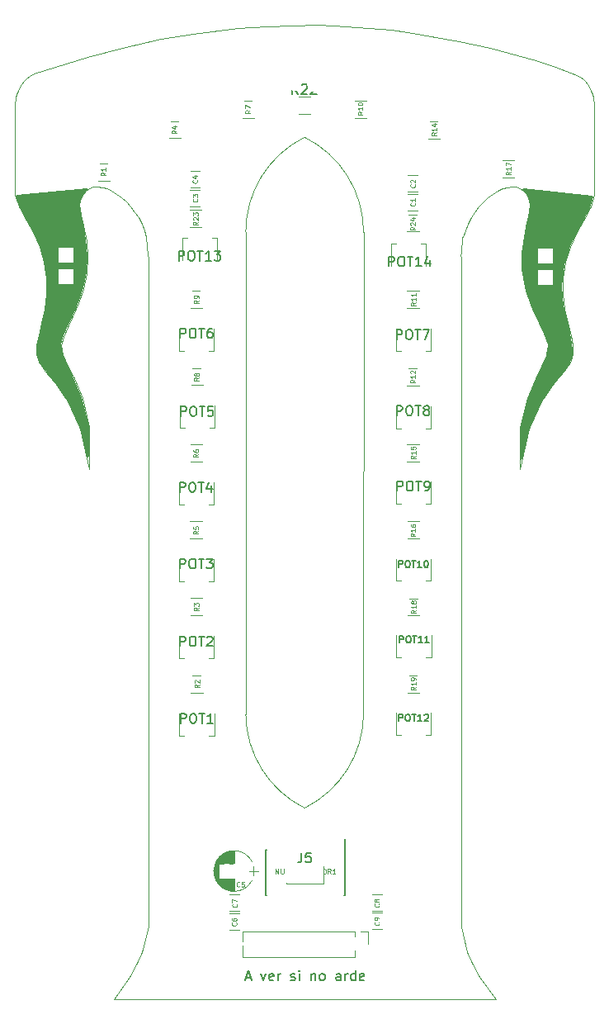
<source format=gto>
G04 #@! TF.FileFunction,Legend,Top*
%FSLAX46Y46*%
G04 Gerber Fmt 4.6, Leading zero omitted, Abs format (unit mm)*
G04 Created by KiCad (PCBNEW 4.0.7) date 09/23/18 21:58:35*
%MOMM*%
%LPD*%
G01*
G04 APERTURE LIST*
%ADD10C,0.100000*%
%ADD11C,0.180000*%
%ADD12C,0.120000*%
%ADD13C,0.150000*%
%ADD14C,0.125000*%
%ADD15C,0.254000*%
%ADD16C,1.455599*%
%ADD17C,3.600000*%
%ADD18R,1.400000X1.650000*%
%ADD19R,1.600000X1.600000*%
%ADD20C,1.600000*%
%ADD21R,1.400000X1.400000*%
%ADD22O,1.400000X1.400000*%
%ADD23R,2.000000X1.900000*%
%ADD24R,1.100000X1.700000*%
%ADD25R,0.800000X1.500000*%
%ADD26R,1.370000X1.670000*%
G04 APERTURE END LIST*
D10*
X1991360Y94940120D02*
X1569720Y94726760D01*
X7457440Y96667320D02*
X1991360Y94940120D01*
X15046960Y98516440D02*
X11049000Y97627440D01*
X57668160Y94843600D02*
X58287920Y94482920D01*
X55463440Y95636080D02*
X57668160Y94843600D01*
X53431440Y96286320D02*
X55463440Y95636080D01*
X48834040Y97561400D02*
X53431440Y96286320D01*
X45572680Y98308160D02*
X48834040Y97561400D01*
X40345360Y99217480D02*
X45572680Y98308160D01*
X38663880Y99441000D02*
X40345360Y99217480D01*
X32816800Y99872800D02*
X38663880Y99441000D01*
X31125160Y99933760D02*
X32816800Y99872800D01*
X25831800Y99811840D02*
X31125160Y99933760D01*
X22926040Y99628960D02*
X25831800Y99811840D01*
X18364200Y99070160D02*
X22926040Y99628960D01*
X15041880Y98516440D02*
X18364200Y99070160D01*
X7457440Y96667320D02*
X11049000Y97627440D01*
X13736169Y7501919D02*
X13736169Y76178983D01*
X13045177Y79578342D02*
X13317392Y78922563D01*
X47649177Y81330087D02*
X47227071Y80788186D01*
X48103705Y81821866D02*
X47649177Y81330087D01*
X52502557Y82644971D02*
X52206217Y82988904D01*
X13317392Y78922563D02*
X13538200Y78237080D01*
X1886032Y78722485D02*
X2552462Y77234584D01*
X51854589Y83221899D02*
X51456443Y83350037D01*
X1273174Y94483809D02*
X1571638Y94729363D01*
X6825548Y82184017D02*
X7057828Y82644971D01*
X3279034Y72366703D02*
X3090867Y70815800D01*
X9986276Y82935653D02*
X10485443Y82630731D01*
X11911207Y81330087D02*
X12333314Y80788186D01*
X13539211Y78237275D02*
G75*
G02X13736169Y76178982I-10656517J-2058292D01*
G01*
X48581884Y82257441D02*
X48103705Y81821866D01*
X51020552Y83379400D02*
X50555685Y83316069D01*
X46846158Y80202244D02*
X46515208Y79578342D01*
X9004700Y83316069D02*
X9489771Y83166126D01*
X52734837Y82184017D02*
X52502557Y82644971D01*
X12714227Y80202244D02*
X13045177Y79578342D01*
X51456443Y83350037D02*
X51020552Y83379400D01*
X9489771Y83166126D02*
X9986276Y82935653D01*
X10978501Y82257441D02*
X11456680Y81821866D01*
X45823787Y76178982D02*
G75*
G02X46019720Y78232000I10853904J1D01*
G01*
X52206217Y82988904D02*
X51854589Y83221899D01*
X49574109Y82935653D02*
X49074942Y82630731D01*
X12333314Y80788186D02*
X12714227Y80202244D01*
X52828184Y80839038D02*
X52894287Y81599962D01*
X11456680Y81821866D02*
X11911207Y81330087D01*
X52517143Y79399596D02*
X52828184Y80839038D01*
X50070613Y83166126D02*
X49574109Y82935653D01*
X3210563Y64440185D02*
X4210579Y63211017D01*
X8539833Y83379400D02*
X9004700Y83316069D01*
X47227071Y80788186D02*
X46846158Y80202244D01*
X5456683Y61390807D02*
X6738444Y58605512D01*
X7705796Y83221899D02*
X8103941Y83350037D01*
X59111094Y81335358D02*
X58427034Y80083381D01*
X7354168Y82988904D02*
X7705796Y83221899D01*
X58800063Y93906849D02*
X58558623Y94208650D01*
X57006225Y65369136D02*
X56349822Y64440185D01*
X46242993Y78922563D02*
X46019720Y78232000D01*
X2787041Y69404082D02*
X2470201Y68169155D01*
X2254898Y67117148D02*
X2252560Y66212637D01*
X59499497Y91733962D02*
X59419509Y92501753D01*
X3031286Y75642902D02*
X3273510Y73998388D01*
X240055Y92875304D02*
X377407Y93236568D01*
X52894287Y81599962D02*
X52734837Y82184017D01*
X10485443Y82630731D02*
X10978501Y82257441D01*
X59499497Y82493011D02*
X59111094Y81335358D01*
X56286875Y73998388D02*
X56281351Y72366703D01*
X1001761Y94208650D02*
X1273174Y94483809D01*
X2552462Y77234584D02*
X3031286Y75642902D01*
X50555685Y83316069D02*
X50070613Y83166126D01*
X7057828Y82644971D02*
X7354168Y82988904D01*
X4210579Y63211017D02*
X5456683Y61390807D01*
X49074942Y82630731D02*
X48581884Y82257441D01*
X2554159Y65369136D02*
X3210563Y64440185D01*
X8103941Y83350037D02*
X8539833Y83379400D01*
X46515208Y79578342D02*
X46242993Y78922563D01*
X6738444Y58605512D02*
X7703630Y54391288D01*
X1133350Y80083381D02*
X1886032Y78722485D01*
X60887Y82493011D02*
X60887Y91733962D01*
X51929617Y58714014D02*
X51856755Y54391288D01*
X53450468Y63742710D02*
X52607700Y61704161D01*
X52607700Y61704161D02*
X51929617Y58714014D01*
X54174687Y65152104D02*
X53450468Y63742710D01*
X46987557Y3786452D02*
X46444086Y4878774D01*
X47723004Y2308277D02*
X46987557Y3786452D01*
X49371093Y70984D02*
X47723004Y2308277D01*
X6587006Y71414663D02*
X5997817Y70096289D01*
X29777982Y88435495D02*
G75*
G02X35824216Y78704700I-4807241J-9730794D01*
G01*
X5432454Y68953573D02*
X5004260Y67968828D01*
X29785324Y19713478D02*
G75*
G02X29744524Y19693387I-4815146J9726885D01*
G01*
X35824051Y29271491D02*
G75*
G02X29826030Y19689996I-10852748J125696D01*
G01*
X5997817Y70096289D02*
X5432454Y68953573D01*
X7387583Y77806044D02*
X7526912Y76149750D01*
X7043242Y79399596D02*
X7387583Y77806044D01*
X23743512Y29271574D02*
X23736169Y78704701D01*
X5004260Y67968828D02*
X4814928Y67084351D01*
X7423830Y74490692D02*
X7091817Y72893134D01*
X54624805Y66196714D02*
X54174687Y65152104D01*
X29815861Y19693387D02*
G75*
G02X29775061Y19713478I4774345J9746976D01*
G01*
X54745457Y67084351D02*
X54624805Y66196714D01*
X54556125Y67968828D02*
X54745457Y67084351D01*
X54127931Y68953573D02*
X54556125Y67968828D01*
X53562568Y70096289D02*
X54127931Y68953573D01*
X35816873Y29271574D02*
X35824216Y78704701D01*
X52973379Y71414663D02*
X53562568Y70096289D01*
X7526912Y76149750D02*
X7423830Y74490692D01*
X11837380Y2308277D02*
X12572827Y3786452D01*
X52468567Y72893134D02*
X52973379Y71414663D01*
X52136554Y74490692D02*
X52468567Y72893134D01*
X7091817Y72893134D02*
X6587006Y71414663D01*
X52033473Y76149750D02*
X52136554Y74490692D01*
X52172802Y77806044D02*
X52033473Y76149750D01*
X52517143Y79399596D02*
X52172802Y77806044D01*
X23732649Y78704701D02*
G75*
G02X29778960Y88437720I10856995J0D01*
G01*
X13116299Y4878774D02*
X13736169Y7501919D01*
X12572827Y3786452D02*
X13116299Y4878774D01*
X10189292Y70984D02*
X11837380Y2308277D01*
X7630768Y58714014D02*
X7703630Y54391288D01*
X6952685Y61704161D02*
X7630768Y58714014D01*
X29734355Y19689997D02*
G75*
G02X23736335Y29271491I4854727J9707190D01*
G01*
X6109917Y63742710D02*
X6952685Y61704161D01*
X5385697Y65152104D02*
X6109917Y63742710D01*
X4935580Y66196714D02*
X5385697Y65152104D01*
X4814928Y67084351D02*
X4935580Y66196714D01*
X140876Y92501753D02*
X240055Y92875304D01*
X56469517Y70815800D02*
X56773344Y69404082D01*
X377407Y93236568D02*
X551454Y93581655D01*
X3273510Y73998388D02*
X3279034Y72366703D01*
X57307824Y66212637D02*
X57006225Y65369136D01*
X57674352Y78722485D02*
X57007922Y77234584D01*
X2470201Y68169155D02*
X2254898Y67117148D01*
X6732201Y80839038D02*
X6666098Y81599962D01*
X60887Y82493011D02*
X449291Y81335358D01*
X45824216Y7501919D02*
X45824216Y76178983D01*
X59320330Y92875304D02*
X59182978Y93236568D01*
X59499497Y82493011D02*
X59499497Y91733962D01*
X59419509Y92501753D02*
X59320330Y92875304D01*
X3090867Y70815800D02*
X2787041Y69404082D01*
X59182978Y93236568D02*
X59008931Y93581655D01*
X52821941Y58605512D02*
X51856755Y54391288D01*
X56281351Y72366703D02*
X56469517Y70815800D01*
X56773344Y69404082D02*
X57090183Y68169155D01*
X2252560Y66212637D02*
X2554159Y65369136D01*
X449291Y81335358D02*
X1133350Y80083381D01*
X57007922Y77234584D02*
X56529099Y75642902D01*
X58427034Y80083381D02*
X57674352Y78722485D01*
X551454Y93581655D02*
X760322Y93906849D01*
X760322Y93906849D02*
X1001761Y94208650D01*
X57305486Y67117148D02*
X57307824Y66212637D01*
X57090183Y68169155D02*
X57305486Y67117148D01*
X7043242Y79399596D02*
X6732201Y80839038D01*
X60887Y91733962D02*
X140876Y92501753D01*
X49371093Y70984D02*
X10189292Y70984D01*
X58558623Y94208650D02*
X58287210Y94483809D01*
X56349822Y64440185D02*
X55349806Y63211017D01*
X55349806Y63211017D02*
X54103702Y61390807D01*
X59008931Y93581655D02*
X58800063Y93906849D01*
X54103702Y61390807D02*
X52821941Y58605512D01*
X56529099Y75642902D02*
X56286875Y73998388D01*
X6666098Y81599962D02*
X6825548Y82184017D01*
X46444086Y4878774D02*
X45824216Y7501919D01*
D11*
X23743090Y2286973D02*
X24219281Y2286973D01*
X23647852Y2001259D02*
X23981185Y3001259D01*
X24314519Y2001259D01*
X25314519Y2667926D02*
X25552614Y2001259D01*
X25790710Y2667926D01*
X26552615Y2048878D02*
X26457377Y2001259D01*
X26266900Y2001259D01*
X26171662Y2048878D01*
X26124043Y2144116D01*
X26124043Y2525069D01*
X26171662Y2620307D01*
X26266900Y2667926D01*
X26457377Y2667926D01*
X26552615Y2620307D01*
X26600234Y2525069D01*
X26600234Y2429830D01*
X26124043Y2334592D01*
X27028805Y2001259D02*
X27028805Y2667926D01*
X27028805Y2477450D02*
X27076424Y2572688D01*
X27124043Y2620307D01*
X27219281Y2667926D01*
X27314520Y2667926D01*
X28362139Y2048878D02*
X28457377Y2001259D01*
X28647853Y2001259D01*
X28743092Y2048878D01*
X28790711Y2144116D01*
X28790711Y2191735D01*
X28743092Y2286973D01*
X28647853Y2334592D01*
X28504996Y2334592D01*
X28409758Y2382211D01*
X28362139Y2477450D01*
X28362139Y2525069D01*
X28409758Y2620307D01*
X28504996Y2667926D01*
X28647853Y2667926D01*
X28743092Y2620307D01*
X29219282Y2001259D02*
X29219282Y2667926D01*
X29219282Y3001259D02*
X29171663Y2953640D01*
X29219282Y2906021D01*
X29266901Y2953640D01*
X29219282Y3001259D01*
X29219282Y2906021D01*
X30457377Y2667926D02*
X30457377Y2001259D01*
X30457377Y2572688D02*
X30504996Y2620307D01*
X30600234Y2667926D01*
X30743092Y2667926D01*
X30838330Y2620307D01*
X30885949Y2525069D01*
X30885949Y2001259D01*
X31504996Y2001259D02*
X31409758Y2048878D01*
X31362139Y2096497D01*
X31314520Y2191735D01*
X31314520Y2477450D01*
X31362139Y2572688D01*
X31409758Y2620307D01*
X31504996Y2667926D01*
X31647854Y2667926D01*
X31743092Y2620307D01*
X31790711Y2572688D01*
X31838330Y2477450D01*
X31838330Y2191735D01*
X31790711Y2096497D01*
X31743092Y2048878D01*
X31647854Y2001259D01*
X31504996Y2001259D01*
X33457378Y2001259D02*
X33457378Y2525069D01*
X33409759Y2620307D01*
X33314521Y2667926D01*
X33124044Y2667926D01*
X33028806Y2620307D01*
X33457378Y2048878D02*
X33362140Y2001259D01*
X33124044Y2001259D01*
X33028806Y2048878D01*
X32981187Y2144116D01*
X32981187Y2239354D01*
X33028806Y2334592D01*
X33124044Y2382211D01*
X33362140Y2382211D01*
X33457378Y2429830D01*
X33933568Y2001259D02*
X33933568Y2667926D01*
X33933568Y2477450D02*
X33981187Y2572688D01*
X34028806Y2620307D01*
X34124044Y2667926D01*
X34219283Y2667926D01*
X34981188Y2001259D02*
X34981188Y3001259D01*
X34981188Y2048878D02*
X34885950Y2001259D01*
X34695473Y2001259D01*
X34600235Y2048878D01*
X34552616Y2096497D01*
X34504997Y2191735D01*
X34504997Y2477450D01*
X34552616Y2572688D01*
X34600235Y2620307D01*
X34695473Y2667926D01*
X34885950Y2667926D01*
X34981188Y2620307D01*
X35838331Y2048878D02*
X35743093Y2001259D01*
X35552616Y2001259D01*
X35457378Y2048878D01*
X35409759Y2144116D01*
X35409759Y2525069D01*
X35457378Y2620307D01*
X35552616Y2667926D01*
X35743093Y2667926D01*
X35838331Y2620307D01*
X35885950Y2525069D01*
X35885950Y2429830D01*
X35409759Y2334592D01*
D12*
X41378760Y82577040D02*
X40378760Y82577040D01*
X40378760Y80877040D02*
X41378760Y80877040D01*
X41363520Y84563320D02*
X40363520Y84563320D01*
X40363520Y82863320D02*
X41363520Y82863320D01*
X19036920Y83044400D02*
X18036920Y83044400D01*
X18036920Y81344400D02*
X19036920Y81344400D01*
X19042000Y85010360D02*
X18042000Y85010360D01*
X18042000Y83310360D02*
X19042000Y83310360D01*
X20685204Y12223750D02*
G75*
G03X24377636Y12222920I1846436J979170D01*
G01*
X20685204Y14182090D02*
G75*
G02X24377636Y14182920I1846436J-979170D01*
G01*
X20685204Y14182090D02*
G75*
G03X20685644Y12222920I1846436J-979170D01*
G01*
X22531640Y13982920D02*
X22531640Y15252920D01*
X22531640Y11152920D02*
X22531640Y12422920D01*
X22491640Y11152920D02*
X22491640Y12422920D01*
X22491640Y13982920D02*
X22491640Y15252920D01*
X22451640Y11153920D02*
X22451640Y12422920D01*
X22451640Y13982920D02*
X22451640Y15251920D01*
X22411640Y11155920D02*
X22411640Y12422920D01*
X22411640Y13982920D02*
X22411640Y15249920D01*
X22371640Y11158920D02*
X22371640Y12422920D01*
X22371640Y13982920D02*
X22371640Y15246920D01*
X22331640Y11161920D02*
X22331640Y12422920D01*
X22331640Y13982920D02*
X22331640Y15243920D01*
X22291640Y11165920D02*
X22291640Y12422920D01*
X22291640Y13982920D02*
X22291640Y15239920D01*
X22251640Y11170920D02*
X22251640Y12422920D01*
X22251640Y13982920D02*
X22251640Y15234920D01*
X22211640Y11176920D02*
X22211640Y12422920D01*
X22211640Y13982920D02*
X22211640Y15228920D01*
X22171640Y11183920D02*
X22171640Y12422920D01*
X22171640Y13982920D02*
X22171640Y15221920D01*
X22131640Y11190920D02*
X22131640Y12422920D01*
X22131640Y13982920D02*
X22131640Y15214920D01*
X22091640Y11198920D02*
X22091640Y12422920D01*
X22091640Y13982920D02*
X22091640Y15206920D01*
X22051640Y11207920D02*
X22051640Y12422920D01*
X22051640Y13982920D02*
X22051640Y15197920D01*
X22011640Y11217920D02*
X22011640Y12422920D01*
X22011640Y13982920D02*
X22011640Y15187920D01*
X21971640Y11228920D02*
X21971640Y12422920D01*
X21971640Y13982920D02*
X21971640Y15176920D01*
X21931640Y11239920D02*
X21931640Y12422920D01*
X21931640Y13982920D02*
X21931640Y15165920D01*
X21891640Y11252920D02*
X21891640Y12422920D01*
X21891640Y13982920D02*
X21891640Y15152920D01*
X21851640Y11265920D02*
X21851640Y12422920D01*
X21851640Y13982920D02*
X21851640Y15139920D01*
X21810640Y11279920D02*
X21810640Y12422920D01*
X21810640Y13982920D02*
X21810640Y15125920D01*
X21770640Y11295920D02*
X21770640Y12422920D01*
X21770640Y13982920D02*
X21770640Y15109920D01*
X21730640Y11311920D02*
X21730640Y12422920D01*
X21730640Y13982920D02*
X21730640Y15093920D01*
X21690640Y11328920D02*
X21690640Y12422920D01*
X21690640Y13982920D02*
X21690640Y15076920D01*
X21650640Y11346920D02*
X21650640Y12422920D01*
X21650640Y13982920D02*
X21650640Y15058920D01*
X21610640Y11365920D02*
X21610640Y12422920D01*
X21610640Y13982920D02*
X21610640Y15039920D01*
X21570640Y11385920D02*
X21570640Y12422920D01*
X21570640Y13982920D02*
X21570640Y15019920D01*
X21530640Y11406920D02*
X21530640Y12422920D01*
X21530640Y13982920D02*
X21530640Y14998920D01*
X21490640Y11429920D02*
X21490640Y12422920D01*
X21490640Y13982920D02*
X21490640Y14975920D01*
X21450640Y11452920D02*
X21450640Y12422920D01*
X21450640Y13982920D02*
X21450640Y14952920D01*
X21410640Y11477920D02*
X21410640Y12422920D01*
X21410640Y13982920D02*
X21410640Y14927920D01*
X21370640Y11503920D02*
X21370640Y12422920D01*
X21370640Y13982920D02*
X21370640Y14901920D01*
X21330640Y11530920D02*
X21330640Y12422920D01*
X21330640Y13982920D02*
X21330640Y14874920D01*
X21290640Y11559920D02*
X21290640Y12422920D01*
X21290640Y13982920D02*
X21290640Y14845920D01*
X21250640Y11589920D02*
X21250640Y12422920D01*
X21250640Y13982920D02*
X21250640Y14815920D01*
X21210640Y11621920D02*
X21210640Y12422920D01*
X21210640Y13982920D02*
X21210640Y14783920D01*
X21170640Y11655920D02*
X21170640Y12422920D01*
X21170640Y13982920D02*
X21170640Y14749920D01*
X21130640Y11690920D02*
X21130640Y12422920D01*
X21130640Y13982920D02*
X21130640Y14714920D01*
X21090640Y11727920D02*
X21090640Y12422920D01*
X21090640Y13982920D02*
X21090640Y14677920D01*
X21050640Y11766920D02*
X21050640Y12422920D01*
X21050640Y13982920D02*
X21050640Y14638920D01*
X21010640Y11807920D02*
X21010640Y12422920D01*
X21010640Y13982920D02*
X21010640Y14597920D01*
X20970640Y11851920D02*
X20970640Y14553920D01*
X20930640Y11897920D02*
X20930640Y14507920D01*
X20890640Y11946920D02*
X20890640Y14458920D01*
X20850640Y11998920D02*
X20850640Y14406920D01*
X20810640Y12054920D02*
X20810640Y14350920D01*
X20770640Y12114920D02*
X20770640Y14290920D01*
X20730640Y12179920D02*
X20730640Y14225920D01*
X20690640Y12250920D02*
X20690640Y14154920D01*
X20650640Y12328920D02*
X20650640Y14076920D01*
X20610640Y12416920D02*
X20610640Y13988920D01*
X20570640Y12516920D02*
X20570640Y13888920D01*
X20530640Y12635920D02*
X20530640Y13769920D01*
X20490640Y12787920D02*
X20490640Y13617920D01*
X20450640Y13037920D02*
X20450640Y13367920D01*
X24981640Y13202920D02*
X24081640Y13202920D01*
X24531640Y12752920D02*
X24531640Y13652920D01*
X23066120Y8901800D02*
X22066120Y8901800D01*
X22066120Y7201800D02*
X23066120Y7201800D01*
X23086440Y10786480D02*
X22086440Y10786480D01*
X22086440Y9086480D02*
X23086440Y9086480D01*
X36680520Y9101720D02*
X37680520Y9101720D01*
X37680520Y10801720D02*
X36680520Y10801720D01*
X36680520Y7227200D02*
X37680520Y7227200D01*
X37680520Y8927200D02*
X36680520Y8927200D01*
X34919920Y7029760D02*
X23429920Y7029760D01*
X23429920Y7029760D02*
X23429920Y4369760D01*
X23429920Y4369760D02*
X34919920Y4369760D01*
X34919920Y4369760D02*
X34919920Y7029760D01*
X35554920Y7029760D02*
X36249920Y7029760D01*
X36249920Y7029760D02*
X36249920Y5699760D01*
X16934720Y27099320D02*
X16934720Y29379320D01*
X17444720Y27099320D02*
X16934720Y27099320D01*
X20494720Y27099320D02*
X19984720Y27099320D01*
X20494720Y29379320D02*
X20494720Y27099320D01*
X16863600Y34993640D02*
X16863600Y37273640D01*
X17373600Y34993640D02*
X16863600Y34993640D01*
X20423600Y34993640D02*
X19913600Y34993640D01*
X20423600Y37273640D02*
X20423600Y34993640D01*
X16880920Y42898640D02*
X16880920Y45178640D01*
X17390920Y42898640D02*
X16880920Y42898640D01*
X20440920Y42898640D02*
X19930920Y42898640D01*
X20440920Y45178640D02*
X20440920Y42898640D01*
X16858520Y50761960D02*
X16858520Y53041960D01*
X17368520Y50761960D02*
X16858520Y50761960D01*
X20418520Y50761960D02*
X19908520Y50761960D01*
X20418520Y53041960D02*
X20418520Y50761960D01*
X16939800Y58625800D02*
X16939800Y60905800D01*
X17449800Y58625800D02*
X16939800Y58625800D01*
X20499800Y58625800D02*
X19989800Y58625800D01*
X20499800Y60905800D02*
X20499800Y58625800D01*
X16924560Y66515040D02*
X16924560Y68795040D01*
X17434560Y66515040D02*
X16924560Y66515040D01*
X20484560Y66515040D02*
X19974560Y66515040D01*
X20484560Y68795040D02*
X20484560Y66515040D01*
X39129240Y66499800D02*
X39129240Y68779800D01*
X39639240Y66499800D02*
X39129240Y66499800D01*
X42689240Y66499800D02*
X42179240Y66499800D01*
X42689240Y68779800D02*
X42689240Y66499800D01*
X39174960Y58595320D02*
X39174960Y60875320D01*
X39684960Y58595320D02*
X39174960Y58595320D01*
X42734960Y58595320D02*
X42224960Y58595320D01*
X42734960Y60875320D02*
X42734960Y58595320D01*
X39139400Y50833080D02*
X39139400Y53113080D01*
X39649400Y50833080D02*
X39139400Y50833080D01*
X42699400Y50833080D02*
X42189400Y50833080D01*
X42699400Y53113080D02*
X42699400Y50833080D01*
X39154640Y42948920D02*
X39154640Y45228920D01*
X39664640Y42948920D02*
X39154640Y42948920D01*
X42714640Y42948920D02*
X42204640Y42948920D01*
X42714640Y45228920D02*
X42714640Y42948920D01*
X39200360Y35080000D02*
X39200360Y37360000D01*
X39710360Y35080000D02*
X39200360Y35080000D01*
X42760360Y35080000D02*
X42250360Y35080000D01*
X42760360Y37360000D02*
X42760360Y35080000D01*
X39185120Y27144520D02*
X39185120Y29424520D01*
X39695120Y27144520D02*
X39185120Y27144520D01*
X42745120Y27144520D02*
X42235120Y27144520D01*
X42745120Y29424520D02*
X42745120Y27144520D01*
X9769400Y83996640D02*
X8569400Y83996640D01*
X8569400Y85756640D02*
X9769400Y85756640D01*
X19309640Y31499920D02*
X18109640Y31499920D01*
X18109640Y33259920D02*
X19309640Y33259920D01*
X19279160Y39429800D02*
X18079160Y39429800D01*
X18079160Y41189800D02*
X19279160Y41189800D01*
X17069360Y88334960D02*
X15869360Y88334960D01*
X15869360Y90094960D02*
X17069360Y90094960D01*
X19228360Y47283480D02*
X18028360Y47283480D01*
X18028360Y49043480D02*
X19228360Y49043480D01*
X19238520Y55172720D02*
X18038520Y55172720D01*
X18038520Y56932720D02*
X19238520Y56932720D01*
X24603000Y90417760D02*
X23403000Y90417760D01*
X23403000Y92177760D02*
X24603000Y92177760D01*
X19324880Y63021320D02*
X18124880Y63021320D01*
X18124880Y64781320D02*
X19324880Y64781320D01*
X19289320Y70956280D02*
X18089320Y70956280D01*
X18089320Y72716280D02*
X19289320Y72716280D01*
X36119360Y90377120D02*
X34919360Y90377120D01*
X34919360Y92137120D02*
X36119360Y92137120D01*
X40304160Y72665480D02*
X41504160Y72665480D01*
X41504160Y70905480D02*
X40304160Y70905480D01*
X41494000Y62985760D02*
X40294000Y62985760D01*
X40294000Y64745760D02*
X41494000Y64745760D01*
X43678400Y88309560D02*
X42478400Y88309560D01*
X42478400Y90069560D02*
X43678400Y90069560D01*
X41494000Y55167640D02*
X40294000Y55167640D01*
X40294000Y56927640D02*
X41494000Y56927640D01*
X41524480Y47288560D02*
X40324480Y47288560D01*
X40324480Y49048560D02*
X41524480Y49048560D01*
X51273000Y84286200D02*
X50073000Y84286200D01*
X50073000Y86046200D02*
X51273000Y86046200D01*
X41570200Y39404400D02*
X40370200Y39404400D01*
X40370200Y41164400D02*
X41570200Y41164400D01*
X41544800Y31489760D02*
X40344800Y31489760D01*
X40344800Y33249760D02*
X41544800Y33249760D01*
D13*
X33854760Y10725520D02*
X33829760Y10725520D01*
X25804760Y10725520D02*
X25829760Y10725520D01*
X25804760Y15375520D02*
X25829760Y15375520D01*
X33904760Y16450520D02*
X33904760Y10725520D01*
X25804760Y15375520D02*
X25804760Y10725520D01*
D12*
X5962880Y77039880D02*
X4562880Y77039880D01*
X4562880Y77039880D02*
X4562880Y74239880D01*
X5962880Y77039880D02*
X5962880Y74239880D01*
X55193160Y76938280D02*
X53793160Y76938280D01*
X53793160Y76938280D02*
X53793160Y74138280D01*
X55193160Y76938280D02*
X55193160Y74138280D01*
X31699120Y13727160D02*
X27879120Y13727160D01*
X27879120Y13727160D02*
X27879120Y11947160D01*
X27879120Y11947160D02*
X31699120Y11947160D01*
X31699120Y13727160D02*
X31699120Y11947160D01*
X20792360Y78127280D02*
X20792360Y75847280D01*
X20282360Y78127280D02*
X20792360Y78127280D01*
X17232360Y78127280D02*
X17742360Y78127280D01*
X17232360Y75847280D02*
X17232360Y78127280D01*
X42242200Y77518200D02*
X42242200Y75238200D01*
X41732200Y77518200D02*
X42242200Y77518200D01*
X38682200Y77518200D02*
X39192200Y77518200D01*
X38682200Y75238200D02*
X38682200Y77518200D01*
X30333240Y90803840D02*
X29133240Y90803840D01*
X29133240Y92563840D02*
X30333240Y92563840D01*
X18002960Y80981440D02*
X19202960Y80981440D01*
X19202960Y79221440D02*
X18002960Y79221440D01*
X40299040Y80524240D02*
X41499040Y80524240D01*
X41499040Y78764240D02*
X40299040Y78764240D01*
D13*
D14*
X41077651Y81694507D02*
X41101461Y81670697D01*
X41125270Y81599269D01*
X41125270Y81551650D01*
X41101461Y81480221D01*
X41053842Y81432602D01*
X41006223Y81408793D01*
X40910985Y81384983D01*
X40839556Y81384983D01*
X40744318Y81408793D01*
X40696699Y81432602D01*
X40649080Y81480221D01*
X40625270Y81551650D01*
X40625270Y81599269D01*
X40649080Y81670697D01*
X40672890Y81694507D01*
X41125270Y82170697D02*
X41125270Y81884983D01*
X41125270Y82027840D02*
X40625270Y82027840D01*
X40696699Y81980221D01*
X40744318Y81932602D01*
X40768128Y81884983D01*
X41072571Y83614747D02*
X41096381Y83590937D01*
X41120190Y83519509D01*
X41120190Y83471890D01*
X41096381Y83400461D01*
X41048762Y83352842D01*
X41001143Y83329033D01*
X40905905Y83305223D01*
X40834476Y83305223D01*
X40739238Y83329033D01*
X40691619Y83352842D01*
X40644000Y83400461D01*
X40620190Y83471890D01*
X40620190Y83519509D01*
X40644000Y83590937D01*
X40667810Y83614747D01*
X40667810Y83805223D02*
X40644000Y83829033D01*
X40620190Y83876652D01*
X40620190Y83995699D01*
X40644000Y84043318D01*
X40667810Y84067128D01*
X40715429Y84090937D01*
X40763048Y84090937D01*
X40834476Y84067128D01*
X41120190Y83781414D01*
X41120190Y84090937D01*
X18745971Y82141547D02*
X18769781Y82117737D01*
X18793590Y82046309D01*
X18793590Y81998690D01*
X18769781Y81927261D01*
X18722162Y81879642D01*
X18674543Y81855833D01*
X18579305Y81832023D01*
X18507876Y81832023D01*
X18412638Y81855833D01*
X18365019Y81879642D01*
X18317400Y81927261D01*
X18293590Y81998690D01*
X18293590Y82046309D01*
X18317400Y82117737D01*
X18341210Y82141547D01*
X18293590Y82308214D02*
X18293590Y82617737D01*
X18484067Y82451071D01*
X18484067Y82522499D01*
X18507876Y82570118D01*
X18531686Y82593928D01*
X18579305Y82617737D01*
X18698352Y82617737D01*
X18745971Y82593928D01*
X18769781Y82570118D01*
X18793590Y82522499D01*
X18793590Y82379642D01*
X18769781Y82332023D01*
X18745971Y82308214D01*
X18720571Y84056707D02*
X18744381Y84032897D01*
X18768190Y83961469D01*
X18768190Y83913850D01*
X18744381Y83842421D01*
X18696762Y83794802D01*
X18649143Y83770993D01*
X18553905Y83747183D01*
X18482476Y83747183D01*
X18387238Y83770993D01*
X18339619Y83794802D01*
X18292000Y83842421D01*
X18268190Y83913850D01*
X18268190Y83961469D01*
X18292000Y84032897D01*
X18315810Y84056707D01*
X18434857Y84485278D02*
X18768190Y84485278D01*
X18244381Y84366231D02*
X18601524Y84247183D01*
X18601524Y84556707D01*
X23096707Y11647669D02*
X23072897Y11623859D01*
X23001469Y11600050D01*
X22953850Y11600050D01*
X22882421Y11623859D01*
X22834802Y11671478D01*
X22810993Y11719097D01*
X22787183Y11814335D01*
X22787183Y11885764D01*
X22810993Y11981002D01*
X22834802Y12028621D01*
X22882421Y12076240D01*
X22953850Y12100050D01*
X23001469Y12100050D01*
X23072897Y12076240D01*
X23096707Y12052430D01*
X23549088Y12100050D02*
X23310993Y12100050D01*
X23287183Y11861954D01*
X23310993Y11885764D01*
X23358612Y11909573D01*
X23477659Y11909573D01*
X23525278Y11885764D01*
X23549088Y11861954D01*
X23572897Y11814335D01*
X23572897Y11695288D01*
X23549088Y11647669D01*
X23525278Y11623859D01*
X23477659Y11600050D01*
X23358612Y11600050D01*
X23310993Y11623859D01*
X23287183Y11647669D01*
X22749011Y7922747D02*
X22772821Y7898937D01*
X22796630Y7827509D01*
X22796630Y7779890D01*
X22772821Y7708461D01*
X22725202Y7660842D01*
X22677583Y7637033D01*
X22582345Y7613223D01*
X22510916Y7613223D01*
X22415678Y7637033D01*
X22368059Y7660842D01*
X22320440Y7708461D01*
X22296630Y7779890D01*
X22296630Y7827509D01*
X22320440Y7898937D01*
X22344250Y7922747D01*
X22296630Y8351318D02*
X22296630Y8256080D01*
X22320440Y8208461D01*
X22344250Y8184652D01*
X22415678Y8137033D01*
X22510916Y8113223D01*
X22701392Y8113223D01*
X22749011Y8137033D01*
X22772821Y8160842D01*
X22796630Y8208461D01*
X22796630Y8303699D01*
X22772821Y8351318D01*
X22749011Y8375128D01*
X22701392Y8398937D01*
X22582345Y8398937D01*
X22534726Y8375128D01*
X22510916Y8351318D01*
X22487107Y8303699D01*
X22487107Y8208461D01*
X22510916Y8160842D01*
X22534726Y8137033D01*
X22582345Y8113223D01*
X22804891Y9827747D02*
X22828701Y9803937D01*
X22852510Y9732509D01*
X22852510Y9684890D01*
X22828701Y9613461D01*
X22781082Y9565842D01*
X22733463Y9542033D01*
X22638225Y9518223D01*
X22566796Y9518223D01*
X22471558Y9542033D01*
X22423939Y9565842D01*
X22376320Y9613461D01*
X22352510Y9684890D01*
X22352510Y9732509D01*
X22376320Y9803937D01*
X22400130Y9827747D01*
X22352510Y9994414D02*
X22352510Y10327747D01*
X22852510Y10113461D01*
X37394651Y9842987D02*
X37418461Y9819177D01*
X37442270Y9747749D01*
X37442270Y9700130D01*
X37418461Y9628701D01*
X37370842Y9581082D01*
X37323223Y9557273D01*
X37227985Y9533463D01*
X37156556Y9533463D01*
X37061318Y9557273D01*
X37013699Y9581082D01*
X36966080Y9628701D01*
X36942270Y9700130D01*
X36942270Y9747749D01*
X36966080Y9819177D01*
X36989890Y9842987D01*
X37156556Y10128701D02*
X37132747Y10081082D01*
X37108937Y10057273D01*
X37061318Y10033463D01*
X37037509Y10033463D01*
X36989890Y10057273D01*
X36966080Y10081082D01*
X36942270Y10128701D01*
X36942270Y10223939D01*
X36966080Y10271558D01*
X36989890Y10295368D01*
X37037509Y10319177D01*
X37061318Y10319177D01*
X37108937Y10295368D01*
X37132747Y10271558D01*
X37156556Y10223939D01*
X37156556Y10128701D01*
X37180366Y10081082D01*
X37204175Y10057273D01*
X37251794Y10033463D01*
X37347032Y10033463D01*
X37394651Y10057273D01*
X37418461Y10081082D01*
X37442270Y10128701D01*
X37442270Y10223939D01*
X37418461Y10271558D01*
X37394651Y10295368D01*
X37347032Y10319177D01*
X37251794Y10319177D01*
X37204175Y10295368D01*
X37180366Y10271558D01*
X37156556Y10223939D01*
X37394651Y7973547D02*
X37418461Y7949737D01*
X37442270Y7878309D01*
X37442270Y7830690D01*
X37418461Y7759261D01*
X37370842Y7711642D01*
X37323223Y7687833D01*
X37227985Y7664023D01*
X37156556Y7664023D01*
X37061318Y7687833D01*
X37013699Y7711642D01*
X36966080Y7759261D01*
X36942270Y7830690D01*
X36942270Y7878309D01*
X36966080Y7949737D01*
X36989890Y7973547D01*
X37442270Y8211642D02*
X37442270Y8306880D01*
X37418461Y8354499D01*
X37394651Y8378309D01*
X37323223Y8425928D01*
X37227985Y8449737D01*
X37037509Y8449737D01*
X36989890Y8425928D01*
X36966080Y8402118D01*
X36942270Y8354499D01*
X36942270Y8259261D01*
X36966080Y8211642D01*
X36989890Y8187833D01*
X37037509Y8164023D01*
X37156556Y8164023D01*
X37204175Y8187833D01*
X37227985Y8211642D01*
X37251794Y8259261D01*
X37251794Y8354499D01*
X37227985Y8402118D01*
X37204175Y8425928D01*
X37156556Y8449737D01*
D13*
X17051543Y28346139D02*
X17051543Y29346139D01*
X17432496Y29346139D01*
X17527734Y29298520D01*
X17575353Y29250901D01*
X17622972Y29155663D01*
X17622972Y29012806D01*
X17575353Y28917568D01*
X17527734Y28869949D01*
X17432496Y28822330D01*
X17051543Y28822330D01*
X18242019Y29346139D02*
X18432496Y29346139D01*
X18527734Y29298520D01*
X18622972Y29203282D01*
X18670591Y29012806D01*
X18670591Y28679472D01*
X18622972Y28488996D01*
X18527734Y28393758D01*
X18432496Y28346139D01*
X18242019Y28346139D01*
X18146781Y28393758D01*
X18051543Y28488996D01*
X18003924Y28679472D01*
X18003924Y29012806D01*
X18051543Y29203282D01*
X18146781Y29298520D01*
X18242019Y29346139D01*
X18956305Y29346139D02*
X19527734Y29346139D01*
X19242019Y28346139D02*
X19242019Y29346139D01*
X20384877Y28346139D02*
X19813448Y28346139D01*
X20099162Y28346139D02*
X20099162Y29346139D01*
X20003924Y29203282D01*
X19908686Y29108044D01*
X19813448Y29060425D01*
X17000743Y36260779D02*
X17000743Y37260779D01*
X17381696Y37260779D01*
X17476934Y37213160D01*
X17524553Y37165541D01*
X17572172Y37070303D01*
X17572172Y36927446D01*
X17524553Y36832208D01*
X17476934Y36784589D01*
X17381696Y36736970D01*
X17000743Y36736970D01*
X18191219Y37260779D02*
X18381696Y37260779D01*
X18476934Y37213160D01*
X18572172Y37117922D01*
X18619791Y36927446D01*
X18619791Y36594112D01*
X18572172Y36403636D01*
X18476934Y36308398D01*
X18381696Y36260779D01*
X18191219Y36260779D01*
X18095981Y36308398D01*
X18000743Y36403636D01*
X17953124Y36594112D01*
X17953124Y36927446D01*
X18000743Y37117922D01*
X18095981Y37213160D01*
X18191219Y37260779D01*
X18905505Y37260779D02*
X19476934Y37260779D01*
X19191219Y36260779D02*
X19191219Y37260779D01*
X19762648Y37165541D02*
X19810267Y37213160D01*
X19905505Y37260779D01*
X20143601Y37260779D01*
X20238839Y37213160D01*
X20286458Y37165541D01*
X20334077Y37070303D01*
X20334077Y36975065D01*
X20286458Y36832208D01*
X19715029Y36260779D01*
X20334077Y36260779D01*
X16990583Y44226219D02*
X16990583Y45226219D01*
X17371536Y45226219D01*
X17466774Y45178600D01*
X17514393Y45130981D01*
X17562012Y45035743D01*
X17562012Y44892886D01*
X17514393Y44797648D01*
X17466774Y44750029D01*
X17371536Y44702410D01*
X16990583Y44702410D01*
X18181059Y45226219D02*
X18371536Y45226219D01*
X18466774Y45178600D01*
X18562012Y45083362D01*
X18609631Y44892886D01*
X18609631Y44559552D01*
X18562012Y44369076D01*
X18466774Y44273838D01*
X18371536Y44226219D01*
X18181059Y44226219D01*
X18085821Y44273838D01*
X17990583Y44369076D01*
X17942964Y44559552D01*
X17942964Y44892886D01*
X17990583Y45083362D01*
X18085821Y45178600D01*
X18181059Y45226219D01*
X18895345Y45226219D02*
X19466774Y45226219D01*
X19181059Y44226219D02*
X19181059Y45226219D01*
X19704869Y45226219D02*
X20323917Y45226219D01*
X19990583Y44845267D01*
X20133441Y44845267D01*
X20228679Y44797648D01*
X20276298Y44750029D01*
X20323917Y44654790D01*
X20323917Y44416695D01*
X20276298Y44321457D01*
X20228679Y44273838D01*
X20133441Y44226219D01*
X19847726Y44226219D01*
X19752488Y44273838D01*
X19704869Y44321457D01*
X16965183Y52049419D02*
X16965183Y53049419D01*
X17346136Y53049419D01*
X17441374Y53001800D01*
X17488993Y52954181D01*
X17536612Y52858943D01*
X17536612Y52716086D01*
X17488993Y52620848D01*
X17441374Y52573229D01*
X17346136Y52525610D01*
X16965183Y52525610D01*
X18155659Y53049419D02*
X18346136Y53049419D01*
X18441374Y53001800D01*
X18536612Y52906562D01*
X18584231Y52716086D01*
X18584231Y52382752D01*
X18536612Y52192276D01*
X18441374Y52097038D01*
X18346136Y52049419D01*
X18155659Y52049419D01*
X18060421Y52097038D01*
X17965183Y52192276D01*
X17917564Y52382752D01*
X17917564Y52716086D01*
X17965183Y52906562D01*
X18060421Y53001800D01*
X18155659Y53049419D01*
X18869945Y53049419D02*
X19441374Y53049419D01*
X19155659Y52049419D02*
X19155659Y53049419D01*
X20203279Y52716086D02*
X20203279Y52049419D01*
X19965183Y53097038D02*
X19727088Y52382752D01*
X20346136Y52382752D01*
X17066783Y59837059D02*
X17066783Y60837059D01*
X17447736Y60837059D01*
X17542974Y60789440D01*
X17590593Y60741821D01*
X17638212Y60646583D01*
X17638212Y60503726D01*
X17590593Y60408488D01*
X17542974Y60360869D01*
X17447736Y60313250D01*
X17066783Y60313250D01*
X18257259Y60837059D02*
X18447736Y60837059D01*
X18542974Y60789440D01*
X18638212Y60694202D01*
X18685831Y60503726D01*
X18685831Y60170392D01*
X18638212Y59979916D01*
X18542974Y59884678D01*
X18447736Y59837059D01*
X18257259Y59837059D01*
X18162021Y59884678D01*
X18066783Y59979916D01*
X18019164Y60170392D01*
X18019164Y60503726D01*
X18066783Y60694202D01*
X18162021Y60789440D01*
X18257259Y60837059D01*
X18971545Y60837059D02*
X19542974Y60837059D01*
X19257259Y59837059D02*
X19257259Y60837059D01*
X20352498Y60837059D02*
X19876307Y60837059D01*
X19828688Y60360869D01*
X19876307Y60408488D01*
X19971545Y60456107D01*
X20209641Y60456107D01*
X20304879Y60408488D01*
X20352498Y60360869D01*
X20400117Y60265630D01*
X20400117Y60027535D01*
X20352498Y59932297D01*
X20304879Y59884678D01*
X20209641Y59837059D01*
X19971545Y59837059D01*
X19876307Y59884678D01*
X19828688Y59932297D01*
X17010903Y67848219D02*
X17010903Y68848219D01*
X17391856Y68848219D01*
X17487094Y68800600D01*
X17534713Y68752981D01*
X17582332Y68657743D01*
X17582332Y68514886D01*
X17534713Y68419648D01*
X17487094Y68372029D01*
X17391856Y68324410D01*
X17010903Y68324410D01*
X18201379Y68848219D02*
X18391856Y68848219D01*
X18487094Y68800600D01*
X18582332Y68705362D01*
X18629951Y68514886D01*
X18629951Y68181552D01*
X18582332Y67991076D01*
X18487094Y67895838D01*
X18391856Y67848219D01*
X18201379Y67848219D01*
X18106141Y67895838D01*
X18010903Y67991076D01*
X17963284Y68181552D01*
X17963284Y68514886D01*
X18010903Y68705362D01*
X18106141Y68800600D01*
X18201379Y68848219D01*
X18915665Y68848219D02*
X19487094Y68848219D01*
X19201379Y67848219D02*
X19201379Y68848219D01*
X20248999Y68848219D02*
X20058522Y68848219D01*
X19963284Y68800600D01*
X19915665Y68752981D01*
X19820427Y68610124D01*
X19772808Y68419648D01*
X19772808Y68038695D01*
X19820427Y67943457D01*
X19868046Y67895838D01*
X19963284Y67848219D01*
X20153761Y67848219D01*
X20248999Y67895838D01*
X20296618Y67943457D01*
X20344237Y68038695D01*
X20344237Y68276790D01*
X20296618Y68372029D01*
X20248999Y68419648D01*
X20153761Y68467267D01*
X19963284Y68467267D01*
X19868046Y68419648D01*
X19820427Y68372029D01*
X19772808Y68276790D01*
X39205423Y67726299D02*
X39205423Y68726299D01*
X39586376Y68726299D01*
X39681614Y68678680D01*
X39729233Y68631061D01*
X39776852Y68535823D01*
X39776852Y68392966D01*
X39729233Y68297728D01*
X39681614Y68250109D01*
X39586376Y68202490D01*
X39205423Y68202490D01*
X40395899Y68726299D02*
X40586376Y68726299D01*
X40681614Y68678680D01*
X40776852Y68583442D01*
X40824471Y68392966D01*
X40824471Y68059632D01*
X40776852Y67869156D01*
X40681614Y67773918D01*
X40586376Y67726299D01*
X40395899Y67726299D01*
X40300661Y67773918D01*
X40205423Y67869156D01*
X40157804Y68059632D01*
X40157804Y68392966D01*
X40205423Y68583442D01*
X40300661Y68678680D01*
X40395899Y68726299D01*
X41110185Y68726299D02*
X41681614Y68726299D01*
X41395899Y67726299D02*
X41395899Y68726299D01*
X41919709Y68726299D02*
X42586376Y68726299D01*
X42157804Y67726299D01*
X39225743Y59908179D02*
X39225743Y60908179D01*
X39606696Y60908179D01*
X39701934Y60860560D01*
X39749553Y60812941D01*
X39797172Y60717703D01*
X39797172Y60574846D01*
X39749553Y60479608D01*
X39701934Y60431989D01*
X39606696Y60384370D01*
X39225743Y60384370D01*
X40416219Y60908179D02*
X40606696Y60908179D01*
X40701934Y60860560D01*
X40797172Y60765322D01*
X40844791Y60574846D01*
X40844791Y60241512D01*
X40797172Y60051036D01*
X40701934Y59955798D01*
X40606696Y59908179D01*
X40416219Y59908179D01*
X40320981Y59955798D01*
X40225743Y60051036D01*
X40178124Y60241512D01*
X40178124Y60574846D01*
X40225743Y60765322D01*
X40320981Y60860560D01*
X40416219Y60908179D01*
X41130505Y60908179D02*
X41701934Y60908179D01*
X41416219Y59908179D02*
X41416219Y60908179D01*
X42178124Y60479608D02*
X42082886Y60527227D01*
X42035267Y60574846D01*
X41987648Y60670084D01*
X41987648Y60717703D01*
X42035267Y60812941D01*
X42082886Y60860560D01*
X42178124Y60908179D01*
X42368601Y60908179D01*
X42463839Y60860560D01*
X42511458Y60812941D01*
X42559077Y60717703D01*
X42559077Y60670084D01*
X42511458Y60574846D01*
X42463839Y60527227D01*
X42368601Y60479608D01*
X42178124Y60479608D01*
X42082886Y60431989D01*
X42035267Y60384370D01*
X41987648Y60289131D01*
X41987648Y60098655D01*
X42035267Y60003417D01*
X42082886Y59955798D01*
X42178124Y59908179D01*
X42368601Y59908179D01*
X42463839Y59955798D01*
X42511458Y60003417D01*
X42559077Y60098655D01*
X42559077Y60289131D01*
X42511458Y60384370D01*
X42463839Y60431989D01*
X42368601Y60479608D01*
X39276543Y52176419D02*
X39276543Y53176419D01*
X39657496Y53176419D01*
X39752734Y53128800D01*
X39800353Y53081181D01*
X39847972Y52985943D01*
X39847972Y52843086D01*
X39800353Y52747848D01*
X39752734Y52700229D01*
X39657496Y52652610D01*
X39276543Y52652610D01*
X40467019Y53176419D02*
X40657496Y53176419D01*
X40752734Y53128800D01*
X40847972Y53033562D01*
X40895591Y52843086D01*
X40895591Y52509752D01*
X40847972Y52319276D01*
X40752734Y52224038D01*
X40657496Y52176419D01*
X40467019Y52176419D01*
X40371781Y52224038D01*
X40276543Y52319276D01*
X40228924Y52509752D01*
X40228924Y52843086D01*
X40276543Y53033562D01*
X40371781Y53128800D01*
X40467019Y53176419D01*
X41181305Y53176419D02*
X41752734Y53176419D01*
X41467019Y52176419D02*
X41467019Y53176419D01*
X42133686Y52176419D02*
X42324162Y52176419D01*
X42419401Y52224038D01*
X42467020Y52271657D01*
X42562258Y52414514D01*
X42609877Y52604990D01*
X42609877Y52985943D01*
X42562258Y53081181D01*
X42514639Y53128800D01*
X42419401Y53176419D01*
X42228924Y53176419D01*
X42133686Y53128800D01*
X42086067Y53081181D01*
X42038448Y52985943D01*
X42038448Y52747848D01*
X42086067Y52652610D01*
X42133686Y52604990D01*
X42228924Y52557371D01*
X42419401Y52557371D01*
X42514639Y52604990D01*
X42562258Y52652610D01*
X42609877Y52747848D01*
X39441147Y44336533D02*
X39441147Y45036533D01*
X39707813Y45036533D01*
X39774480Y45003200D01*
X39807813Y44969867D01*
X39841147Y44903200D01*
X39841147Y44803200D01*
X39807813Y44736533D01*
X39774480Y44703200D01*
X39707813Y44669867D01*
X39441147Y44669867D01*
X40274480Y45036533D02*
X40407813Y45036533D01*
X40474480Y45003200D01*
X40541147Y44936533D01*
X40574480Y44803200D01*
X40574480Y44569867D01*
X40541147Y44436533D01*
X40474480Y44369867D01*
X40407813Y44336533D01*
X40274480Y44336533D01*
X40207813Y44369867D01*
X40141147Y44436533D01*
X40107813Y44569867D01*
X40107813Y44803200D01*
X40141147Y44936533D01*
X40207813Y45003200D01*
X40274480Y45036533D01*
X40774480Y45036533D02*
X41174480Y45036533D01*
X40974480Y44336533D02*
X40974480Y45036533D01*
X41774479Y44336533D02*
X41374479Y44336533D01*
X41574479Y44336533D02*
X41574479Y45036533D01*
X41507813Y44936533D01*
X41441146Y44869867D01*
X41374479Y44836533D01*
X42207813Y45036533D02*
X42274480Y45036533D01*
X42341146Y45003200D01*
X42374480Y44969867D01*
X42407813Y44903200D01*
X42441146Y44769867D01*
X42441146Y44603200D01*
X42407813Y44469867D01*
X42374480Y44403200D01*
X42341146Y44369867D01*
X42274480Y44336533D01*
X42207813Y44336533D01*
X42141146Y44369867D01*
X42107813Y44403200D01*
X42074480Y44469867D01*
X42041146Y44603200D01*
X42041146Y44769867D01*
X42074480Y44903200D01*
X42107813Y44969867D01*
X42141146Y45003200D01*
X42207813Y45036533D01*
X39530507Y36604253D02*
X39530507Y37304253D01*
X39797173Y37304253D01*
X39863840Y37270920D01*
X39897173Y37237587D01*
X39930507Y37170920D01*
X39930507Y37070920D01*
X39897173Y37004253D01*
X39863840Y36970920D01*
X39797173Y36937587D01*
X39530507Y36937587D01*
X40363840Y37304253D02*
X40497173Y37304253D01*
X40563840Y37270920D01*
X40630507Y37204253D01*
X40663840Y37070920D01*
X40663840Y36837587D01*
X40630507Y36704253D01*
X40563840Y36637587D01*
X40497173Y36604253D01*
X40363840Y36604253D01*
X40297173Y36637587D01*
X40230507Y36704253D01*
X40197173Y36837587D01*
X40197173Y37070920D01*
X40230507Y37204253D01*
X40297173Y37270920D01*
X40363840Y37304253D01*
X40863840Y37304253D02*
X41263840Y37304253D01*
X41063840Y36604253D02*
X41063840Y37304253D01*
X41863839Y36604253D02*
X41463839Y36604253D01*
X41663839Y36604253D02*
X41663839Y37304253D01*
X41597173Y37204253D01*
X41530506Y37137587D01*
X41463839Y37104253D01*
X42530506Y36604253D02*
X42130506Y36604253D01*
X42330506Y36604253D02*
X42330506Y37304253D01*
X42263840Y37204253D01*
X42197173Y37137587D01*
X42130506Y37104253D01*
X39456387Y28568213D02*
X39456387Y29268213D01*
X39723053Y29268213D01*
X39789720Y29234880D01*
X39823053Y29201547D01*
X39856387Y29134880D01*
X39856387Y29034880D01*
X39823053Y28968213D01*
X39789720Y28934880D01*
X39723053Y28901547D01*
X39456387Y28901547D01*
X40289720Y29268213D02*
X40423053Y29268213D01*
X40489720Y29234880D01*
X40556387Y29168213D01*
X40589720Y29034880D01*
X40589720Y28801547D01*
X40556387Y28668213D01*
X40489720Y28601547D01*
X40423053Y28568213D01*
X40289720Y28568213D01*
X40223053Y28601547D01*
X40156387Y28668213D01*
X40123053Y28801547D01*
X40123053Y29034880D01*
X40156387Y29168213D01*
X40223053Y29234880D01*
X40289720Y29268213D01*
X40789720Y29268213D02*
X41189720Y29268213D01*
X40989720Y28568213D02*
X40989720Y29268213D01*
X41789719Y28568213D02*
X41389719Y28568213D01*
X41589719Y28568213D02*
X41589719Y29268213D01*
X41523053Y29168213D01*
X41456386Y29101547D01*
X41389719Y29068213D01*
X42056386Y29201547D02*
X42089720Y29234880D01*
X42156386Y29268213D01*
X42323053Y29268213D01*
X42389720Y29234880D01*
X42423053Y29201547D01*
X42456386Y29134880D01*
X42456386Y29068213D01*
X42423053Y28968213D01*
X42023053Y28568213D01*
X42456386Y28568213D01*
D14*
X9390510Y84803467D02*
X9152415Y84636800D01*
X9390510Y84517753D02*
X8890510Y84517753D01*
X8890510Y84708229D01*
X8914320Y84755848D01*
X8938130Y84779657D01*
X8985749Y84803467D01*
X9057177Y84803467D01*
X9104796Y84779657D01*
X9128606Y84755848D01*
X9152415Y84708229D01*
X9152415Y84517753D01*
X9390510Y85279657D02*
X9390510Y84993943D01*
X9390510Y85136800D02*
X8890510Y85136800D01*
X8961939Y85089181D01*
X9009558Y85041562D01*
X9033368Y84993943D01*
X18971390Y32316907D02*
X18733295Y32150240D01*
X18971390Y32031193D02*
X18471390Y32031193D01*
X18471390Y32221669D01*
X18495200Y32269288D01*
X18519010Y32293097D01*
X18566629Y32316907D01*
X18638057Y32316907D01*
X18685676Y32293097D01*
X18709486Y32269288D01*
X18733295Y32221669D01*
X18733295Y32031193D01*
X18519010Y32507383D02*
X18495200Y32531193D01*
X18471390Y32578812D01*
X18471390Y32697859D01*
X18495200Y32745478D01*
X18519010Y32769288D01*
X18566629Y32793097D01*
X18614248Y32793097D01*
X18685676Y32769288D01*
X18971390Y32483574D01*
X18971390Y32793097D01*
X18915510Y40211227D02*
X18677415Y40044560D01*
X18915510Y39925513D02*
X18415510Y39925513D01*
X18415510Y40115989D01*
X18439320Y40163608D01*
X18463130Y40187417D01*
X18510749Y40211227D01*
X18582177Y40211227D01*
X18629796Y40187417D01*
X18653606Y40163608D01*
X18677415Y40115989D01*
X18677415Y39925513D01*
X18415510Y40377894D02*
X18415510Y40687417D01*
X18605987Y40520751D01*
X18605987Y40592179D01*
X18629796Y40639798D01*
X18653606Y40663608D01*
X18701225Y40687417D01*
X18820272Y40687417D01*
X18867891Y40663608D01*
X18891701Y40639798D01*
X18915510Y40592179D01*
X18915510Y40449322D01*
X18891701Y40401703D01*
X18867891Y40377894D01*
X16670150Y89126547D02*
X16432055Y88959880D01*
X16670150Y88840833D02*
X16170150Y88840833D01*
X16170150Y89031309D01*
X16193960Y89078928D01*
X16217770Y89102737D01*
X16265389Y89126547D01*
X16336817Y89126547D01*
X16384436Y89102737D01*
X16408246Y89078928D01*
X16432055Y89031309D01*
X16432055Y88840833D01*
X16336817Y89555118D02*
X16670150Y89555118D01*
X16146341Y89436071D02*
X16503484Y89317023D01*
X16503484Y89626547D01*
X18864710Y48064907D02*
X18626615Y47898240D01*
X18864710Y47779193D02*
X18364710Y47779193D01*
X18364710Y47969669D01*
X18388520Y48017288D01*
X18412330Y48041097D01*
X18459949Y48064907D01*
X18531377Y48064907D01*
X18578996Y48041097D01*
X18602806Y48017288D01*
X18626615Y47969669D01*
X18626615Y47779193D01*
X18364710Y48517288D02*
X18364710Y48279193D01*
X18602806Y48255383D01*
X18578996Y48279193D01*
X18555187Y48326812D01*
X18555187Y48445859D01*
X18578996Y48493478D01*
X18602806Y48517288D01*
X18650425Y48541097D01*
X18769472Y48541097D01*
X18817091Y48517288D01*
X18840901Y48493478D01*
X18864710Y48445859D01*
X18864710Y48326812D01*
X18840901Y48279193D01*
X18817091Y48255383D01*
X18859630Y55959227D02*
X18621535Y55792560D01*
X18859630Y55673513D02*
X18359630Y55673513D01*
X18359630Y55863989D01*
X18383440Y55911608D01*
X18407250Y55935417D01*
X18454869Y55959227D01*
X18526297Y55959227D01*
X18573916Y55935417D01*
X18597726Y55911608D01*
X18621535Y55863989D01*
X18621535Y55673513D01*
X18359630Y56387798D02*
X18359630Y56292560D01*
X18383440Y56244941D01*
X18407250Y56221132D01*
X18478678Y56173513D01*
X18573916Y56149703D01*
X18764392Y56149703D01*
X18812011Y56173513D01*
X18835821Y56197322D01*
X18859630Y56244941D01*
X18859630Y56340179D01*
X18835821Y56387798D01*
X18812011Y56411608D01*
X18764392Y56435417D01*
X18645345Y56435417D01*
X18597726Y56411608D01*
X18573916Y56387798D01*
X18550107Y56340179D01*
X18550107Y56244941D01*
X18573916Y56197322D01*
X18597726Y56173513D01*
X18645345Y56149703D01*
X24208870Y91214427D02*
X23970775Y91047760D01*
X24208870Y90928713D02*
X23708870Y90928713D01*
X23708870Y91119189D01*
X23732680Y91166808D01*
X23756490Y91190617D01*
X23804109Y91214427D01*
X23875537Y91214427D01*
X23923156Y91190617D01*
X23946966Y91166808D01*
X23970775Y91119189D01*
X23970775Y90928713D01*
X23708870Y91381094D02*
X23708870Y91714427D01*
X24208870Y91500141D01*
X18951070Y63802747D02*
X18712975Y63636080D01*
X18951070Y63517033D02*
X18451070Y63517033D01*
X18451070Y63707509D01*
X18474880Y63755128D01*
X18498690Y63778937D01*
X18546309Y63802747D01*
X18617737Y63802747D01*
X18665356Y63778937D01*
X18689166Y63755128D01*
X18712975Y63707509D01*
X18712975Y63517033D01*
X18665356Y64088461D02*
X18641547Y64040842D01*
X18617737Y64017033D01*
X18570118Y63993223D01*
X18546309Y63993223D01*
X18498690Y64017033D01*
X18474880Y64040842D01*
X18451070Y64088461D01*
X18451070Y64183699D01*
X18474880Y64231318D01*
X18498690Y64255128D01*
X18546309Y64278937D01*
X18570118Y64278937D01*
X18617737Y64255128D01*
X18641547Y64231318D01*
X18665356Y64183699D01*
X18665356Y64088461D01*
X18689166Y64040842D01*
X18712975Y64017033D01*
X18760594Y63993223D01*
X18855832Y63993223D01*
X18903451Y64017033D01*
X18927261Y64040842D01*
X18951070Y64088461D01*
X18951070Y64183699D01*
X18927261Y64231318D01*
X18903451Y64255128D01*
X18855832Y64278937D01*
X18760594Y64278937D01*
X18712975Y64255128D01*
X18689166Y64231318D01*
X18665356Y64183699D01*
X18925670Y71727547D02*
X18687575Y71560880D01*
X18925670Y71441833D02*
X18425670Y71441833D01*
X18425670Y71632309D01*
X18449480Y71679928D01*
X18473290Y71703737D01*
X18520909Y71727547D01*
X18592337Y71727547D01*
X18639956Y71703737D01*
X18663766Y71679928D01*
X18687575Y71632309D01*
X18687575Y71441833D01*
X18925670Y71965642D02*
X18925670Y72060880D01*
X18901861Y72108499D01*
X18878051Y72132309D01*
X18806623Y72179928D01*
X18711385Y72203737D01*
X18520909Y72203737D01*
X18473290Y72179928D01*
X18449480Y72156118D01*
X18425670Y72108499D01*
X18425670Y72013261D01*
X18449480Y71965642D01*
X18473290Y71941833D01*
X18520909Y71918023D01*
X18639956Y71918023D01*
X18687575Y71941833D01*
X18711385Y71965642D01*
X18735194Y72013261D01*
X18735194Y72108499D01*
X18711385Y72156118D01*
X18687575Y72179928D01*
X18639956Y72203737D01*
X35730310Y91052532D02*
X35492215Y90885865D01*
X35730310Y90766818D02*
X35230310Y90766818D01*
X35230310Y90957294D01*
X35254120Y91004913D01*
X35277930Y91028722D01*
X35325549Y91052532D01*
X35396977Y91052532D01*
X35444596Y91028722D01*
X35468406Y91004913D01*
X35492215Y90957294D01*
X35492215Y90766818D01*
X35730310Y91528722D02*
X35730310Y91243008D01*
X35730310Y91385865D02*
X35230310Y91385865D01*
X35301739Y91338246D01*
X35349358Y91290627D01*
X35373168Y91243008D01*
X35230310Y91838246D02*
X35230310Y91885865D01*
X35254120Y91933484D01*
X35277930Y91957293D01*
X35325549Y91981103D01*
X35420787Y92004912D01*
X35539834Y92004912D01*
X35635072Y91981103D01*
X35682691Y91957293D01*
X35706501Y91933484D01*
X35730310Y91885865D01*
X35730310Y91838246D01*
X35706501Y91790627D01*
X35682691Y91766817D01*
X35635072Y91743008D01*
X35539834Y91719198D01*
X35420787Y91719198D01*
X35325549Y91743008D01*
X35277930Y91766817D01*
X35254120Y91790627D01*
X35230310Y91838246D01*
X41170990Y71489452D02*
X40932895Y71322785D01*
X41170990Y71203738D02*
X40670990Y71203738D01*
X40670990Y71394214D01*
X40694800Y71441833D01*
X40718610Y71465642D01*
X40766229Y71489452D01*
X40837657Y71489452D01*
X40885276Y71465642D01*
X40909086Y71441833D01*
X40932895Y71394214D01*
X40932895Y71203738D01*
X41170990Y71965642D02*
X41170990Y71679928D01*
X41170990Y71822785D02*
X40670990Y71822785D01*
X40742419Y71775166D01*
X40790038Y71727547D01*
X40813848Y71679928D01*
X41170990Y72441832D02*
X41170990Y72156118D01*
X41170990Y72298975D02*
X40670990Y72298975D01*
X40742419Y72251356D01*
X40790038Y72203737D01*
X40813848Y72156118D01*
X41140510Y63569732D02*
X40902415Y63403065D01*
X41140510Y63284018D02*
X40640510Y63284018D01*
X40640510Y63474494D01*
X40664320Y63522113D01*
X40688130Y63545922D01*
X40735749Y63569732D01*
X40807177Y63569732D01*
X40854796Y63545922D01*
X40878606Y63522113D01*
X40902415Y63474494D01*
X40902415Y63284018D01*
X41140510Y64045922D02*
X41140510Y63760208D01*
X41140510Y63903065D02*
X40640510Y63903065D01*
X40711939Y63855446D01*
X40759558Y63807827D01*
X40783368Y63760208D01*
X40688130Y64236398D02*
X40664320Y64260208D01*
X40640510Y64307827D01*
X40640510Y64426874D01*
X40664320Y64474493D01*
X40688130Y64498303D01*
X40735749Y64522112D01*
X40783368Y64522112D01*
X40854796Y64498303D01*
X41140510Y64212589D01*
X41140510Y64522112D01*
X43304590Y88924012D02*
X43066495Y88757345D01*
X43304590Y88638298D02*
X42804590Y88638298D01*
X42804590Y88828774D01*
X42828400Y88876393D01*
X42852210Y88900202D01*
X42899829Y88924012D01*
X42971257Y88924012D01*
X43018876Y88900202D01*
X43042686Y88876393D01*
X43066495Y88828774D01*
X43066495Y88638298D01*
X43304590Y89400202D02*
X43304590Y89114488D01*
X43304590Y89257345D02*
X42804590Y89257345D01*
X42876019Y89209726D01*
X42923638Y89162107D01*
X42947448Y89114488D01*
X42971257Y89828773D02*
X43304590Y89828773D01*
X42780781Y89709726D02*
X43137924Y89590678D01*
X43137924Y89900202D01*
X41160830Y55777012D02*
X40922735Y55610345D01*
X41160830Y55491298D02*
X40660830Y55491298D01*
X40660830Y55681774D01*
X40684640Y55729393D01*
X40708450Y55753202D01*
X40756069Y55777012D01*
X40827497Y55777012D01*
X40875116Y55753202D01*
X40898926Y55729393D01*
X40922735Y55681774D01*
X40922735Y55491298D01*
X41160830Y56253202D02*
X41160830Y55967488D01*
X41160830Y56110345D02*
X40660830Y56110345D01*
X40732259Y56062726D01*
X40779878Y56015107D01*
X40803688Y55967488D01*
X40660830Y56705583D02*
X40660830Y56467488D01*
X40898926Y56443678D01*
X40875116Y56467488D01*
X40851307Y56515107D01*
X40851307Y56634154D01*
X40875116Y56681773D01*
X40898926Y56705583D01*
X40946545Y56729392D01*
X41065592Y56729392D01*
X41113211Y56705583D01*
X41137021Y56681773D01*
X41160830Y56634154D01*
X41160830Y56515107D01*
X41137021Y56467488D01*
X41113211Y56443678D01*
X41150670Y47811572D02*
X40912575Y47644905D01*
X41150670Y47525858D02*
X40650670Y47525858D01*
X40650670Y47716334D01*
X40674480Y47763953D01*
X40698290Y47787762D01*
X40745909Y47811572D01*
X40817337Y47811572D01*
X40864956Y47787762D01*
X40888766Y47763953D01*
X40912575Y47716334D01*
X40912575Y47525858D01*
X41150670Y48287762D02*
X41150670Y48002048D01*
X41150670Y48144905D02*
X40650670Y48144905D01*
X40722099Y48097286D01*
X40769718Y48049667D01*
X40793528Y48002048D01*
X40650670Y48716333D02*
X40650670Y48621095D01*
X40674480Y48573476D01*
X40698290Y48549667D01*
X40769718Y48502048D01*
X40864956Y48478238D01*
X41055432Y48478238D01*
X41103051Y48502048D01*
X41126861Y48525857D01*
X41150670Y48573476D01*
X41150670Y48668714D01*
X41126861Y48716333D01*
X41103051Y48740143D01*
X41055432Y48763952D01*
X40936385Y48763952D01*
X40888766Y48740143D01*
X40864956Y48716333D01*
X40841147Y48668714D01*
X40841147Y48573476D01*
X40864956Y48525857D01*
X40888766Y48502048D01*
X40936385Y48478238D01*
X50919510Y84890492D02*
X50681415Y84723825D01*
X50919510Y84604778D02*
X50419510Y84604778D01*
X50419510Y84795254D01*
X50443320Y84842873D01*
X50467130Y84866682D01*
X50514749Y84890492D01*
X50586177Y84890492D01*
X50633796Y84866682D01*
X50657606Y84842873D01*
X50681415Y84795254D01*
X50681415Y84604778D01*
X50919510Y85366682D02*
X50919510Y85080968D01*
X50919510Y85223825D02*
X50419510Y85223825D01*
X50490939Y85176206D01*
X50538558Y85128587D01*
X50562368Y85080968D01*
X50419510Y85533349D02*
X50419510Y85866682D01*
X50919510Y85652396D01*
X41206550Y39968052D02*
X40968455Y39801385D01*
X41206550Y39682338D02*
X40706550Y39682338D01*
X40706550Y39872814D01*
X40730360Y39920433D01*
X40754170Y39944242D01*
X40801789Y39968052D01*
X40873217Y39968052D01*
X40920836Y39944242D01*
X40944646Y39920433D01*
X40968455Y39872814D01*
X40968455Y39682338D01*
X41206550Y40444242D02*
X41206550Y40158528D01*
X41206550Y40301385D02*
X40706550Y40301385D01*
X40777979Y40253766D01*
X40825598Y40206147D01*
X40849408Y40158528D01*
X40920836Y40729956D02*
X40897027Y40682337D01*
X40873217Y40658528D01*
X40825598Y40634718D01*
X40801789Y40634718D01*
X40754170Y40658528D01*
X40730360Y40682337D01*
X40706550Y40729956D01*
X40706550Y40825194D01*
X40730360Y40872813D01*
X40754170Y40896623D01*
X40801789Y40920432D01*
X40825598Y40920432D01*
X40873217Y40896623D01*
X40897027Y40872813D01*
X40920836Y40825194D01*
X40920836Y40729956D01*
X40944646Y40682337D01*
X40968455Y40658528D01*
X41016074Y40634718D01*
X41111312Y40634718D01*
X41158931Y40658528D01*
X41182741Y40682337D01*
X41206550Y40729956D01*
X41206550Y40825194D01*
X41182741Y40872813D01*
X41158931Y40896623D01*
X41111312Y40920432D01*
X41016074Y40920432D01*
X40968455Y40896623D01*
X40944646Y40872813D01*
X40920836Y40825194D01*
X41176070Y32088972D02*
X40937975Y31922305D01*
X41176070Y31803258D02*
X40676070Y31803258D01*
X40676070Y31993734D01*
X40699880Y32041353D01*
X40723690Y32065162D01*
X40771309Y32088972D01*
X40842737Y32088972D01*
X40890356Y32065162D01*
X40914166Y32041353D01*
X40937975Y31993734D01*
X40937975Y31803258D01*
X41176070Y32565162D02*
X41176070Y32279448D01*
X41176070Y32422305D02*
X40676070Y32422305D01*
X40747499Y32374686D01*
X40795118Y32327067D01*
X40818928Y32279448D01*
X41176070Y32803257D02*
X41176070Y32898495D01*
X41152261Y32946114D01*
X41128451Y32969924D01*
X41057023Y33017543D01*
X40961785Y33041352D01*
X40771309Y33041352D01*
X40723690Y33017543D01*
X40699880Y32993733D01*
X40676070Y32946114D01*
X40676070Y32850876D01*
X40699880Y32803257D01*
X40723690Y32779448D01*
X40771309Y32755638D01*
X40890356Y32755638D01*
X40937975Y32779448D01*
X40961785Y32803257D01*
X40985594Y32850876D01*
X40985594Y32946114D01*
X40961785Y32993733D01*
X40937975Y33017543D01*
X40890356Y33041352D01*
X26763412Y12910690D02*
X26763412Y13410690D01*
X26930078Y13053547D01*
X27096745Y13410690D01*
X27096745Y12910690D01*
X27334841Y13410690D02*
X27334841Y13005928D01*
X27358650Y12958309D01*
X27382460Y12934499D01*
X27430079Y12910690D01*
X27525317Y12910690D01*
X27572936Y12934499D01*
X27596745Y12958309D01*
X27620555Y13005928D01*
X27620555Y13410690D01*
X28096746Y12910690D02*
X27858651Y12910690D01*
X27858651Y13410690D01*
X28191984Y13410690D02*
X28477698Y13410690D01*
X28334841Y12910690D02*
X28334841Y13410690D01*
X28644365Y12910690D02*
X28644365Y13410690D01*
X28882460Y12910690D02*
X28882460Y13410690D01*
X29072936Y13410690D01*
X29120555Y13386880D01*
X29144364Y13363070D01*
X29168174Y13315451D01*
X29168174Y13244023D01*
X29144364Y13196404D01*
X29120555Y13172594D01*
X29072936Y13148785D01*
X28882460Y13148785D01*
X29620555Y12910690D02*
X29382460Y12910690D01*
X29382460Y13410690D01*
X29787222Y13172594D02*
X29953888Y13172594D01*
X30025317Y12910690D02*
X29787222Y12910690D01*
X29787222Y13410690D01*
X30025317Y13410690D01*
X30191984Y13410690D02*
X30525317Y12910690D01*
X30525317Y13410690D02*
X30191984Y12910690D01*
X30691983Y13053547D02*
X30930078Y13053547D01*
X30644364Y12910690D02*
X30811031Y13410690D01*
X30977697Y12910690D01*
X31144364Y12910690D02*
X31144364Y13410690D01*
X31263411Y13410690D01*
X31334840Y13386880D01*
X31382459Y13339261D01*
X31406268Y13291642D01*
X31430078Y13196404D01*
X31430078Y13124975D01*
X31406268Y13029737D01*
X31382459Y12982118D01*
X31334840Y12934499D01*
X31263411Y12910690D01*
X31144364Y12910690D01*
X31739602Y13410690D02*
X31834840Y13410690D01*
X31882459Y13386880D01*
X31930078Y13339261D01*
X31953887Y13244023D01*
X31953887Y13077356D01*
X31930078Y12982118D01*
X31882459Y12934499D01*
X31834840Y12910690D01*
X31739602Y12910690D01*
X31691983Y12934499D01*
X31644364Y12982118D01*
X31620554Y13077356D01*
X31620554Y13244023D01*
X31644364Y13339261D01*
X31691983Y13386880D01*
X31739602Y13410690D01*
X32453888Y12910690D02*
X32287221Y13148785D01*
X32168174Y12910690D02*
X32168174Y13410690D01*
X32358650Y13410690D01*
X32406269Y13386880D01*
X32430078Y13363070D01*
X32453888Y13315451D01*
X32453888Y13244023D01*
X32430078Y13196404D01*
X32406269Y13172594D01*
X32358650Y13148785D01*
X32168174Y13148785D01*
X32930078Y12910690D02*
X32644364Y12910690D01*
X32787221Y12910690D02*
X32787221Y13410690D01*
X32739602Y13339261D01*
X32691983Y13291642D01*
X32644364Y13267832D01*
D13*
D14*
X4934473Y74998450D02*
X4934473Y75498450D01*
X5053520Y75498450D01*
X5124949Y75474640D01*
X5172568Y75427021D01*
X5196377Y75379402D01*
X5220187Y75284164D01*
X5220187Y75212735D01*
X5196377Y75117497D01*
X5172568Y75069878D01*
X5124949Y75022259D01*
X5053520Y74998450D01*
X4934473Y74998450D01*
X5696377Y74998450D02*
X5410663Y74998450D01*
X5553520Y74998450D02*
X5553520Y75498450D01*
X5505901Y75427021D01*
X5458282Y75379402D01*
X5410663Y75355592D01*
X54098713Y74896850D02*
X54098713Y75396850D01*
X54217760Y75396850D01*
X54289189Y75373040D01*
X54336808Y75325421D01*
X54360617Y75277802D01*
X54384427Y75182564D01*
X54384427Y75111135D01*
X54360617Y75015897D01*
X54336808Y74968278D01*
X54289189Y74920659D01*
X54217760Y74896850D01*
X54098713Y74896850D01*
X54574903Y75349230D02*
X54598713Y75373040D01*
X54646332Y75396850D01*
X54765379Y75396850D01*
X54812998Y75373040D01*
X54836808Y75349230D01*
X54860617Y75301611D01*
X54860617Y75253992D01*
X54836808Y75182564D01*
X54551094Y74896850D01*
X54860617Y74896850D01*
D13*
X29455787Y15084779D02*
X29455787Y14370493D01*
X29408167Y14227636D01*
X29312929Y14132398D01*
X29170072Y14084779D01*
X29074834Y14084779D01*
X30408168Y15084779D02*
X29931977Y15084779D01*
X29884358Y14608589D01*
X29931977Y14656208D01*
X30027215Y14703827D01*
X30265311Y14703827D01*
X30360549Y14656208D01*
X30408168Y14608589D01*
X30455787Y14513350D01*
X30455787Y14275255D01*
X30408168Y14180017D01*
X30360549Y14132398D01*
X30265311Y14084779D01*
X30027215Y14084779D01*
X29931977Y14132398D01*
X29884358Y14180017D01*
X16859832Y75788259D02*
X16859832Y76788259D01*
X17240785Y76788259D01*
X17336023Y76740640D01*
X17383642Y76693021D01*
X17431261Y76597783D01*
X17431261Y76454926D01*
X17383642Y76359688D01*
X17336023Y76312069D01*
X17240785Y76264450D01*
X16859832Y76264450D01*
X18050308Y76788259D02*
X18240785Y76788259D01*
X18336023Y76740640D01*
X18431261Y76645402D01*
X18478880Y76454926D01*
X18478880Y76121592D01*
X18431261Y75931116D01*
X18336023Y75835878D01*
X18240785Y75788259D01*
X18050308Y75788259D01*
X17955070Y75835878D01*
X17859832Y75931116D01*
X17812213Y76121592D01*
X17812213Y76454926D01*
X17859832Y76645402D01*
X17955070Y76740640D01*
X18050308Y76788259D01*
X18764594Y76788259D02*
X19336023Y76788259D01*
X19050308Y75788259D02*
X19050308Y76788259D01*
X20193166Y75788259D02*
X19621737Y75788259D01*
X19907451Y75788259D02*
X19907451Y76788259D01*
X19812213Y76645402D01*
X19716975Y76550164D01*
X19621737Y76502545D01*
X20526499Y76788259D02*
X21145547Y76788259D01*
X20812213Y76407307D01*
X20955071Y76407307D01*
X21050309Y76359688D01*
X21097928Y76312069D01*
X21145547Y76216830D01*
X21145547Y75978735D01*
X21097928Y75883497D01*
X21050309Y75835878D01*
X20955071Y75788259D01*
X20669356Y75788259D01*
X20574118Y75835878D01*
X20526499Y75883497D01*
X38414272Y75204059D02*
X38414272Y76204059D01*
X38795225Y76204059D01*
X38890463Y76156440D01*
X38938082Y76108821D01*
X38985701Y76013583D01*
X38985701Y75870726D01*
X38938082Y75775488D01*
X38890463Y75727869D01*
X38795225Y75680250D01*
X38414272Y75680250D01*
X39604748Y76204059D02*
X39795225Y76204059D01*
X39890463Y76156440D01*
X39985701Y76061202D01*
X40033320Y75870726D01*
X40033320Y75537392D01*
X39985701Y75346916D01*
X39890463Y75251678D01*
X39795225Y75204059D01*
X39604748Y75204059D01*
X39509510Y75251678D01*
X39414272Y75346916D01*
X39366653Y75537392D01*
X39366653Y75870726D01*
X39414272Y76061202D01*
X39509510Y76156440D01*
X39604748Y76204059D01*
X40319034Y76204059D02*
X40890463Y76204059D01*
X40604748Y75204059D02*
X40604748Y76204059D01*
X41747606Y75204059D02*
X41176177Y75204059D01*
X41461891Y75204059D02*
X41461891Y76204059D01*
X41366653Y76061202D01*
X41271415Y75965964D01*
X41176177Y75918345D01*
X42604749Y75870726D02*
X42604749Y75204059D01*
X42366653Y76251678D02*
X42128558Y75537392D01*
X42747606Y75537392D01*
X29090383Y92881459D02*
X28757049Y93357650D01*
X28518954Y92881459D02*
X28518954Y93881459D01*
X28899907Y93881459D01*
X28995145Y93833840D01*
X29042764Y93786221D01*
X29090383Y93690983D01*
X29090383Y93548126D01*
X29042764Y93452888D01*
X28995145Y93405269D01*
X28899907Y93357650D01*
X28518954Y93357650D01*
X29471335Y93786221D02*
X29518954Y93833840D01*
X29614192Y93881459D01*
X29852288Y93881459D01*
X29947526Y93833840D01*
X29995145Y93786221D01*
X30042764Y93690983D01*
X30042764Y93595745D01*
X29995145Y93452888D01*
X29423716Y92881459D01*
X30042764Y92881459D01*
X30423716Y93786221D02*
X30471335Y93833840D01*
X30566573Y93881459D01*
X30804669Y93881459D01*
X30899907Y93833840D01*
X30947526Y93786221D01*
X30995145Y93690983D01*
X30995145Y93595745D01*
X30947526Y93452888D01*
X30376097Y92881459D01*
X30995145Y92881459D01*
D14*
X18844390Y79759692D02*
X18606295Y79593025D01*
X18844390Y79473978D02*
X18344390Y79473978D01*
X18344390Y79664454D01*
X18368200Y79712073D01*
X18392010Y79735882D01*
X18439629Y79759692D01*
X18511057Y79759692D01*
X18558676Y79735882D01*
X18582486Y79712073D01*
X18606295Y79664454D01*
X18606295Y79473978D01*
X18392010Y79950168D02*
X18368200Y79973978D01*
X18344390Y80021597D01*
X18344390Y80140644D01*
X18368200Y80188263D01*
X18392010Y80212073D01*
X18439629Y80235882D01*
X18487248Y80235882D01*
X18558676Y80212073D01*
X18844390Y79926359D01*
X18844390Y80235882D01*
X18344390Y80402549D02*
X18344390Y80712072D01*
X18534867Y80545406D01*
X18534867Y80616834D01*
X18558676Y80664453D01*
X18582486Y80688263D01*
X18630105Y80712072D01*
X18749152Y80712072D01*
X18796771Y80688263D01*
X18820581Y80664453D01*
X18844390Y80616834D01*
X18844390Y80473977D01*
X18820581Y80426358D01*
X18796771Y80402549D01*
X41140510Y79231372D02*
X40902415Y79064705D01*
X41140510Y78945658D02*
X40640510Y78945658D01*
X40640510Y79136134D01*
X40664320Y79183753D01*
X40688130Y79207562D01*
X40735749Y79231372D01*
X40807177Y79231372D01*
X40854796Y79207562D01*
X40878606Y79183753D01*
X40902415Y79136134D01*
X40902415Y78945658D01*
X40688130Y79421848D02*
X40664320Y79445658D01*
X40640510Y79493277D01*
X40640510Y79612324D01*
X40664320Y79659943D01*
X40688130Y79683753D01*
X40735749Y79707562D01*
X40783368Y79707562D01*
X40854796Y79683753D01*
X41140510Y79398039D01*
X41140510Y79707562D01*
X40807177Y80136133D02*
X41140510Y80136133D01*
X40616701Y80017086D02*
X40973844Y79898038D01*
X40973844Y80207562D01*
D15*
G36*
X59269234Y82324826D02*
X58902611Y81264712D01*
X56920904Y77519234D01*
X56911363Y77495819D01*
X56291603Y75397779D01*
X56287217Y75376179D01*
X56038297Y73191779D01*
X56037782Y73168651D01*
X56174942Y71182371D01*
X56177984Y71162170D01*
X56832532Y68366386D01*
X57129424Y66705806D01*
X57115008Y66071487D01*
X56794657Y65290027D01*
X54010084Y61528321D01*
X53996948Y61506194D01*
X52630428Y58559794D01*
X52621783Y58534440D01*
X51942588Y55538640D01*
X51968275Y58643030D01*
X52718838Y61730919D01*
X54573012Y65768560D01*
X54583023Y65801606D01*
X54796383Y67142726D01*
X54791844Y67201616D01*
X54354964Y68557976D01*
X54348186Y68574796D01*
X53258672Y70804498D01*
X52538079Y72729441D01*
X52120800Y74871136D01*
X52120800Y76642125D01*
X52539904Y79288036D01*
X52980299Y80978747D01*
X52984325Y81006383D01*
X53004645Y81595663D01*
X53000468Y81632628D01*
X52848068Y82206668D01*
X52840358Y82227888D01*
X52693038Y82542848D01*
X52680655Y82563813D01*
X52380935Y82975293D01*
X52347941Y83006710D01*
X52158720Y83130839D01*
X59269234Y82324826D01*
X59269234Y82324826D01*
G37*
X59269234Y82324826D02*
X58902611Y81264712D01*
X56920904Y77519234D01*
X56911363Y77495819D01*
X56291603Y75397779D01*
X56287217Y75376179D01*
X56038297Y73191779D01*
X56037782Y73168651D01*
X56174942Y71182371D01*
X56177984Y71162170D01*
X56832532Y68366386D01*
X57129424Y66705806D01*
X57115008Y66071487D01*
X56794657Y65290027D01*
X54010084Y61528321D01*
X53996948Y61506194D01*
X52630428Y58559794D01*
X52621783Y58534440D01*
X51942588Y55538640D01*
X51968275Y58643030D01*
X52718838Y61730919D01*
X54573012Y65768560D01*
X54583023Y65801606D01*
X54796383Y67142726D01*
X54791844Y67201616D01*
X54354964Y68557976D01*
X54348186Y68574796D01*
X53258672Y70804498D01*
X52538079Y72729441D01*
X52120800Y74871136D01*
X52120800Y76642125D01*
X52539904Y79288036D01*
X52980299Y80978747D01*
X52984325Y81006383D01*
X53004645Y81595663D01*
X53000468Y81632628D01*
X52848068Y82206668D01*
X52840358Y82227888D01*
X52693038Y82542848D01*
X52680655Y82563813D01*
X52380935Y82975293D01*
X52347941Y83006710D01*
X52158720Y83130839D01*
X59269234Y82324826D01*
G36*
X7074483Y82844040D02*
X7046702Y82809797D01*
X6691102Y82169717D01*
X6677971Y82134796D01*
X6550971Y81545516D01*
X6550021Y81496868D01*
X6905621Y79464868D01*
X6906186Y79461853D01*
X7189280Y78046384D01*
X7345392Y76238502D01*
X7260001Y74616069D01*
X6933547Y73034025D01*
X6237596Y71092421D01*
X4894010Y68243005D01*
X4885554Y68219166D01*
X4656954Y67289526D01*
X4653904Y67246625D01*
X4755504Y66225545D01*
X4767319Y66183305D01*
X5726413Y64178850D01*
X6767398Y61778520D01*
X7472805Y58750309D01*
X7498420Y55745977D01*
X6803912Y58738273D01*
X6795421Y58762975D01*
X5469541Y61623015D01*
X5457327Y61643887D01*
X4090807Y63538727D01*
X4088345Y63542026D01*
X2607757Y65460747D01*
X2321974Y66303566D01*
X2336528Y67040977D01*
X3172041Y70843827D01*
X3174346Y70858207D01*
X3311506Y72204407D01*
X3312143Y72215210D01*
X3342623Y74084650D01*
X3341481Y74103841D01*
X3138281Y75597361D01*
X3135245Y75612611D01*
X2815205Y76826731D01*
X2809267Y76844070D01*
X2042187Y78647470D01*
X2036951Y78658319D01*
X518275Y81457745D01*
X176406Y82483353D01*
X7393113Y83120537D01*
X7074483Y82844040D01*
X7074483Y82844040D01*
G37*
X7074483Y82844040D02*
X7046702Y82809797D01*
X6691102Y82169717D01*
X6677971Y82134796D01*
X6550971Y81545516D01*
X6550021Y81496868D01*
X6905621Y79464868D01*
X6906186Y79461853D01*
X7189280Y78046384D01*
X7345392Y76238502D01*
X7260001Y74616069D01*
X6933547Y73034025D01*
X6237596Y71092421D01*
X4894010Y68243005D01*
X4885554Y68219166D01*
X4656954Y67289526D01*
X4653904Y67246625D01*
X4755504Y66225545D01*
X4767319Y66183305D01*
X5726413Y64178850D01*
X6767398Y61778520D01*
X7472805Y58750309D01*
X7498420Y55745977D01*
X6803912Y58738273D01*
X6795421Y58762975D01*
X5469541Y61623015D01*
X5457327Y61643887D01*
X4090807Y63538727D01*
X4088345Y63542026D01*
X2607757Y65460747D01*
X2321974Y66303566D01*
X2336528Y67040977D01*
X3172041Y70843827D01*
X3174346Y70858207D01*
X3311506Y72204407D01*
X3312143Y72215210D01*
X3342623Y74084650D01*
X3341481Y74103841D01*
X3138281Y75597361D01*
X3135245Y75612611D01*
X2815205Y76826731D01*
X2809267Y76844070D01*
X2042187Y78647470D01*
X2036951Y78658319D01*
X518275Y81457745D01*
X176406Y82483353D01*
X7393113Y83120537D01*
X7074483Y82844040D01*
%LPC*%
D16*
X47798560Y93526360D03*
X47798560Y89526360D03*
X45998560Y89526360D03*
X45998560Y93526360D03*
D17*
X4226560Y91236800D03*
X55321200Y91231720D03*
X40822880Y4074160D03*
D18*
X39878760Y81727040D03*
X41878760Y81727040D03*
X39863520Y83713320D03*
X41863520Y83713320D03*
X17536920Y82194400D03*
X19536920Y82194400D03*
X17542000Y84160360D03*
X19542000Y84160360D03*
D19*
X23281640Y13202920D03*
D20*
X21781640Y13202920D03*
D18*
X21566120Y8051800D03*
X23566120Y8051800D03*
X21586440Y9936480D03*
X23586440Y9936480D03*
X38180520Y9951720D03*
X36180520Y9951720D03*
X38180520Y8077200D03*
X36180520Y8077200D03*
D21*
X35554920Y5699760D03*
D22*
X34284920Y5699760D03*
X33014920Y5699760D03*
X31744920Y5699760D03*
X30474920Y5699760D03*
X29204920Y5699760D03*
X27934920Y5699760D03*
X26664920Y5699760D03*
X25394920Y5699760D03*
X24124920Y5699760D03*
D19*
X20114720Y30469320D03*
X17314720Y30469320D03*
D23*
X18714720Y27229320D03*
D19*
X20043600Y38363640D03*
X17243600Y38363640D03*
D23*
X18643600Y35123640D03*
D19*
X20060920Y46268640D03*
X17260920Y46268640D03*
D23*
X18660920Y43028640D03*
D19*
X20038520Y54131960D03*
X17238520Y54131960D03*
D23*
X18638520Y50891960D03*
D19*
X20119800Y61995800D03*
X17319800Y61995800D03*
D23*
X18719800Y58755800D03*
D19*
X20104560Y69885040D03*
X17304560Y69885040D03*
D23*
X18704560Y66645040D03*
D19*
X42309240Y69869800D03*
X39509240Y69869800D03*
D23*
X40909240Y66629800D03*
D19*
X42354960Y61965320D03*
X39554960Y61965320D03*
D23*
X40954960Y58725320D03*
D19*
X42319400Y54203080D03*
X39519400Y54203080D03*
D23*
X40919400Y50963080D03*
D19*
X42334640Y46318920D03*
X39534640Y46318920D03*
D23*
X40934640Y43078920D03*
D19*
X42380360Y38450000D03*
X39580360Y38450000D03*
D23*
X40980360Y35210000D03*
D19*
X42365120Y30514520D03*
X39565120Y30514520D03*
D23*
X40965120Y27274520D03*
D24*
X8219400Y84876640D03*
X10119400Y84876640D03*
X17759640Y32379920D03*
X19659640Y32379920D03*
X17729160Y40309800D03*
X19629160Y40309800D03*
X15519360Y89214960D03*
X17419360Y89214960D03*
X17678360Y48163480D03*
X19578360Y48163480D03*
X17688520Y56052720D03*
X19588520Y56052720D03*
X23053000Y91297760D03*
X24953000Y91297760D03*
X17774880Y63901320D03*
X19674880Y63901320D03*
X17739320Y71836280D03*
X19639320Y71836280D03*
X34569360Y91257120D03*
X36469360Y91257120D03*
X41854160Y71785480D03*
X39954160Y71785480D03*
X39944000Y63865760D03*
X41844000Y63865760D03*
X42128400Y89189560D03*
X44028400Y89189560D03*
X39944000Y56047640D03*
X41844000Y56047640D03*
X39974480Y48168560D03*
X41874480Y48168560D03*
X49723000Y85166200D03*
X51623000Y85166200D03*
X40020200Y40284400D03*
X41920200Y40284400D03*
X39994800Y32369760D03*
X41894800Y32369760D03*
D16*
X5995240Y87953600D03*
X5995240Y83953600D03*
X4195240Y83953600D03*
X4195240Y87953600D03*
X9805240Y91113360D03*
X9805240Y87113360D03*
X8005240Y87113360D03*
X8005240Y91113360D03*
X13589840Y93516200D03*
X13589840Y89516200D03*
X11789840Y89516200D03*
X11789840Y93516200D03*
X17389680Y95385640D03*
X17389680Y91385640D03*
X15589680Y91385640D03*
X15589680Y95385640D03*
X21199680Y96620080D03*
X21199680Y92620080D03*
X19399680Y92620080D03*
X19399680Y96620080D03*
X24989360Y97417640D03*
X24989360Y93417640D03*
X23189360Y93417640D03*
X23189360Y97417640D03*
X36383800Y97432880D03*
X36383800Y93432880D03*
X34583800Y93432880D03*
X34583800Y97432880D03*
X40203960Y96620080D03*
X40203960Y92620080D03*
X38403960Y92620080D03*
X38403960Y96620080D03*
X43998720Y95360240D03*
X43998720Y91360240D03*
X42198720Y91360240D03*
X42198720Y95360240D03*
X51603480Y91087960D03*
X51603480Y87087960D03*
X49803480Y87087960D03*
X49803480Y91087960D03*
X55388080Y87928200D03*
X55388080Y83928200D03*
X53588080Y83928200D03*
X53588080Y87928200D03*
D25*
X33404760Y15900520D03*
X32754760Y15900520D03*
X32104760Y15900520D03*
X31454760Y15900520D03*
X30804760Y15900520D03*
X30154760Y15900520D03*
X29504760Y15900520D03*
X28854760Y15900520D03*
X28204760Y15900520D03*
X27554760Y15900520D03*
X26904760Y15900520D03*
X26254760Y15900520D03*
X26254760Y10200520D03*
X26904760Y10200520D03*
X27554760Y10200520D03*
X28204760Y10200520D03*
X28854760Y10200520D03*
X29504760Y10200520D03*
X30154760Y10200520D03*
X30804760Y10200520D03*
X31454760Y10200520D03*
X32104760Y10200520D03*
X32754760Y10200520D03*
X33404760Y10200520D03*
D17*
X18729960Y4064000D03*
D19*
X5262880Y74139880D03*
X5262880Y76339880D03*
X54493160Y74038280D03*
X54493160Y76238280D03*
D26*
X31059120Y12837160D03*
X29789120Y12837160D03*
X28519120Y12837160D03*
D19*
X17612360Y74757280D03*
X20412360Y74757280D03*
D23*
X19012360Y77997280D03*
D19*
X39062200Y74148200D03*
X41862200Y74148200D03*
D23*
X40462200Y77388200D03*
D24*
X28783240Y91683840D03*
X30683240Y91683840D03*
X19552960Y80101440D03*
X17652960Y80101440D03*
X41849040Y79644240D03*
X39949040Y79644240D03*
D16*
X28784120Y97849440D03*
X28784120Y93849440D03*
X26984120Y93849440D03*
X26984120Y97849440D03*
X32589040Y97824040D03*
X32589040Y93824040D03*
X30789040Y93824040D03*
X30789040Y97824040D03*
M02*

</source>
